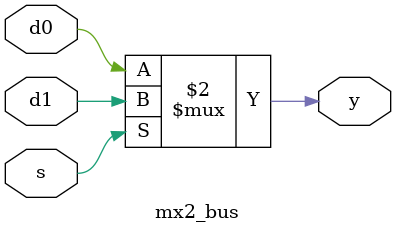
<source format=v>
module	bus(clk, reset_n, M0_req, M0_address, M0_wr, M0_dout, M0_grant, M1_req, M1_address, M1_wr, M1_dout, M1_grant, M_din, S0_sel, S1_sel, S_address, S_wr, S_din, S0_dout, S1_dout);
	input					clk;
	input					reset_n;
	input					M0_req;
	input		[7:0]		M0_address;
	input					M0_wr;
	input		[7:0]		M0_dout;
	
	input					M1_req;
	input		[7:0]		M1_address;
	input					M1_wr;
	input		[7:0]		M1_dout;
	
	input		[7:0]		S0_dout;
	input		[7:0]		S1_dout;
	
	output				M0_grant;
	output				M1_grant;
	
	output	[7:0]		M_din;
	output				S0_sel;
	output				S1_sel;
	output	[7:0]		S_address;
	output				S_wr;
	output	[7:0]		S_din;
	
	reg					bus_mx_S1, bus_mx_S2;					// output M_dinÀÇ MuxÀÇ S.
	reg					NEXT_bus_mx_S1, NEXT_bus_mx_S2;
	
	wire					M0_grant_w;
	wire		[7:0]		S_address_w;
	wire					S0_sel_w, S1_sel_w;
	wire		[7:0]		M_din_1_w, M_din_2_w;					// output M_dinÀÇ Mux
	
	//instance
	Arbitrator		 U0_Arbitrator(clk, reset_n, M0_req, M1_req, M0_grant_w, M1_grant);
	
	mx2_bus				U1_S_wr_mx2(M1_wr, 		M0_wr,	 	M0_grant_w, 	S_wr);
	mx2_addr			 U2_S_addr_mx2(M1_address,	M0_address,	M0_grant_w,		S_address_w);
	mx2_addr			  U3_S_din_mx2(M1_dout,		M0_dout,		M0_grant_w,		S_din);
	
	Address_decoder U4_addr_decoder(S_address_w, S0_sel_w, S1_sel_w);
	
	mx2_addr			 U5_M_din_mx2(8'b0,			S0_dout,		bus_mx_S1,		M_din_1_w);
	mx2_addr			 U6_M_din_mx2(S1_dout,		8'b0,			bus_mx_S1,		M_din_2_w);
	mx2_addr			 U7_M_din_mx2(M_din_1_w,	M_din_2_w,	bus_mx_S2,		M_din);
	
	//Sequential Circuit - output M_dinÀ» Ãâ·ÂÇÏ±â À§ÇÑ Mux - S Á¤ÀÇ.
	always @ (posedge clk or negedge reset_n)
	begin
		if(reset_n == 1'b0)
			begin
				bus_mx_S1	<= 1'b0;
				bus_mx_S2 	<= 1'b0;
			end
		else
			begin
				bus_mx_S1	<= NEXT_bus_mx_S1;
				bus_mx_S2 	<= NEXT_bus_mx_S2;
			end
	end
	//Combinatinal Circuit - output M_dinÀ» Ãâ·ÂÇÏ±â À§ÇÑ Mux - S Á¤ÀÇ.	
	always @ (S0_sel_w or S1_sel_w)
	begin
		if((S0_sel_w == 1'b1) && (S1_sel_w == 1'b0))
			begin
				NEXT_bus_mx_S1	<=	1'b1;
				NEXT_bus_mx_S2	<=	1'b0;
			end
		else if((S0_sel_w == 1'b0) && (S1_sel_w == 1'b1))
			begin
				NEXT_bus_mx_S1 <= 1'b0;
				NEXT_bus_mx_S2 <= 1'b1;
			end
		else if((S0_sel_w == 1'b0) && (S1_sel_w == 1'b0))
			begin
				NEXT_bus_mx_S1 <= 1'b0;
				NEXT_bus_mx_S2 <= 1'b0;
			end
		else
			begin
				NEXT_bus_mx_S1 <= 1'b1;
				NEXT_bus_mx_S2 <= 1'b1;			
			end
	end
	
	assign	M0_grant  = M0_grant_w;															// output M0_grant Á¤ÀÇ.
	assign	S_address = S_address_w;														// output S_address Á¤ÀÇ.
	assign	S0_sel	 = S0_sel_w;
	assign	S1_sel	 = S1_sel_w;
	
endmodule
module	mx2_addr(d0, d1, s, y);
	input		[7:0]		d0, d1;
	input					s;
	output	[7:0]		y;
	assign	y = (s == 0) ? d0 : d1;
endmodule
module	mx2_bus(d0, d1, s, y);
	input		d0, d1, s;
	output	y;
	assign	y = (s == 0) ? d0 : d1;
endmodule

</source>
